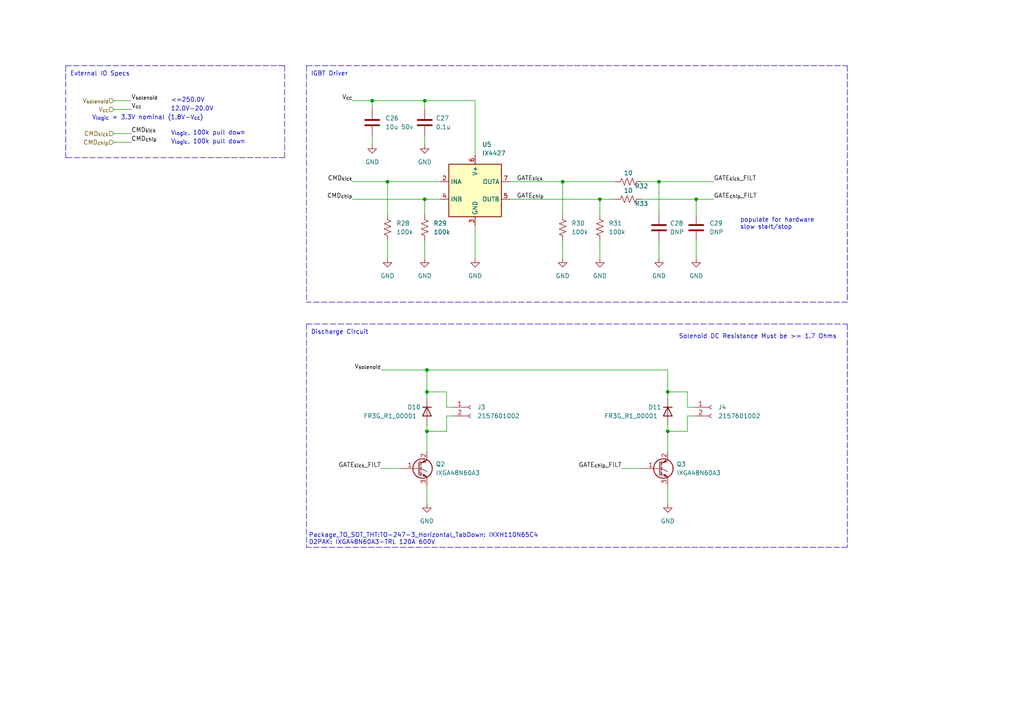
<source format=kicad_sch>
(kicad_sch (version 20211123) (generator eeschema)
  (paper "A4")
  (title_block (title "Kicker Board") (date "2023-02-03") (rev "v1.0.0") (company "A-Team") (comment 1 "Author: W. Stuckey"))
  (lib_symbols
    (symbol "AT-PowerIC:IX4427"
      (property "Reference" "U" (at -7.62 8.89 0))
      (property "Value" "IX4427" (at 1.27 8.89 0))
      (symbol "IX4427_0_1"
        (rectangle (start -7.62 -7.62) (end 7.62 7.62) (stroke (width 0.254)) (fill (type background)))
      )
      (symbol "IX4427_1_1"
        (pin no_connect line (at -7.62 0 0) (length 2.54) hide (name "NC") (number "1"))
        (pin input line (at -10.16 2.54 0) (length 2.54) (name "INA") (number "2"))
        (pin power_in line (at 0 -10.16 90) (length 2.54) (name "GND") (number "3"))
        (pin input line (at -10.16 -2.54 0) (length 2.54) (name "INB") (number "4"))
        (pin output line (at 10.16 -2.54 180) (length 2.54) (name "OUTB") (number "5"))
        (pin power_in line (at 0 10.16 270) (length 2.54) (name "V+") (number "6"))
        (pin output line (at 10.16 2.54 180) (length 2.54) (name "OUTA") (number "7"))
        (pin no_connect line (at 7.62 0 180) (length 2.54) hide (name "NC") (number "8"))
      )
    )
    (symbol "Connector:Conn_01x02_Female" (pin_names (offset 1.016) hide)
      (property "Reference" "J" (at 0 2.54 0))
      (property "Value" "Conn_01x02_Female" (at 0 -5.08 0))
      (symbol "Conn_01x02_Female_1_1"
        (arc (start 0 -2.032) (mid -0.508 -2.54) (end 0 -3.048) (stroke (width 0.1524)))
        (polyline (pts (xy -1.27 -2.54) (xy -0.508 -2.54)) (stroke (width 0.1524)))
        (polyline (pts (xy -1.27 0) (xy -0.508 0)) (stroke (width 0.1524)))
        (arc (start 0 0.508) (mid -0.508 0) (end 0 -0.508) (stroke (width 0.1524)))
        (pin passive line (at -5.08 0 0) (length 3.81) (name "Pin_1") (number "1"))
        (pin passive line (at -5.08 -2.54 0) (length 3.81) (name "Pin_2") (number "2"))
      )
    )
    (symbol "Device:C" (pin_numbers hide) (pin_names (offset 0.254))
      (property "Reference" "C" (at 0.635 2.54 0))
      (property "Value" "C" (at 0.635 -2.54 0))
      (symbol "C_0_1"
        (polyline (pts (xy -2.032 -0.762) (xy 2.032 -0.762)) (stroke (width 0.508)))
        (polyline (pts (xy -2.032 0.762) (xy 2.032 0.762)) (stroke (width 0.508)))
      )
      (symbol "C_1_1"
        (pin passive line (at 0 3.81 270) (length 2.794) (name "~") (number "1"))
        (pin passive line (at 0 -3.81 90) (length 2.794) (name "~") (number "2"))
      )
    )
    (symbol "Device:D" (pin_numbers hide) (pin_names (offset 1.016) hide)
      (property "Reference" "D" (at 0 2.54 0))
      (property "Value" "D" (at 0 -2.54 0))
      (symbol "D_0_1"
        (polyline (pts (xy -1.27 1.27) (xy -1.27 -1.27)) (stroke (width 0.254)))
        (polyline (pts (xy 1.27 0) (xy -1.27 0)))
        (polyline (pts (xy 1.27 1.27) (xy 1.27 -1.27) (xy -1.27 0) (xy 1.27 1.27)) (stroke (width 0.254)))
      )
      (symbol "D_1_1"
        (pin passive line (at -3.81 0 0) (length 2.54) (name "K") (number "1"))
        (pin passive line (at 3.81 0 180) (length 2.54) (name "A") (number "2"))
      )
    )
    (symbol "Device:Q_NIGBT_GCE" (pin_names (offset 0) hide)
      (property "Reference" "Q" (at 5.08 1.27 0))
      (property "Value" "Q_NIGBT_GCE" (at 5.08 -1.27 0))
      (symbol "Q_NIGBT_GCE_0_1"
        (polyline (pts (xy 0.762 -1.016) (xy 0.762 -2.032)) (stroke (width 0.254)))
        (polyline (pts (xy 0.762 0.508) (xy 0.762 -0.508)) (stroke (width 0.254)))
        (polyline (pts (xy 0.762 2.032) (xy 0.762 1.016)) (stroke (width 0.254)))
        (polyline (pts (xy 2.54 -2.413) (xy 0.762 -1.524)))
        (polyline (pts (xy 2.54 -0.889) (xy 0.762 0)))
        (polyline (pts (xy 2.54 2.413) (xy 0.762 1.524)))
        (polyline (pts (xy 0.254 1.905) (xy 0.254 -1.905) (xy 0.254 -1.905)) (stroke (width 0.254)))
        (polyline (pts (xy 1.397 -2.159) (xy 1.651 -1.651) (xy 2.54 -2.413) (xy 1.397 -2.159)) (fill (type outline)))
        (polyline (pts (xy 2.159 1.905) (xy 1.905 2.413) (xy 1.016 1.651) (xy 2.159 1.905)) (fill (type outline)))
        (circle (center 1.27 0) (radius 2.8194) (stroke (width 0.254)))
      )
      (symbol "Q_NIGBT_GCE_1_1"
        (pin input line (at -5.08 0 0) (length 5.334) (name "G") (number "1"))
        (pin passive line (at 2.54 5.08 270) (length 2.54) (name "C") (number "2"))
        (pin passive line (at 2.54 -5.08 90) (length 2.54) (name "E") (number "3"))
      )
    )
    (symbol "Device:R_US" (pin_numbers hide) (pin_names (offset 0))
      (property "Reference" "R" (at 2.54 0 90))
      (property "Value" "R_US" (at -2.54 0 90))
      (symbol "R_US_0_1"
        (polyline (pts (xy 0 -2.286) (xy 0 -2.54)))
        (polyline (pts (xy 0 2.286) (xy 0 2.54)))
        (polyline (pts (xy 0 -0.762) (xy 1.016 -1.143) (xy 0 -1.524) (xy -1.016 -1.905) (xy 0 -2.286)))
        (polyline (pts (xy 0 0.762) (xy 1.016 0.381) (xy 0 0) (xy -1.016 -0.381) (xy 0 -0.762)))
        (polyline (pts (xy 0 2.286) (xy 1.016 1.905) (xy 0 1.524) (xy -1.016 1.143) (xy 0 0.762)))
      )
      (symbol "R_US_1_1"
        (pin passive line (at 0 3.81 270) (length 1.27) (name "~") (number "1"))
        (pin passive line (at 0 -3.81 90) (length 1.27) (name "~") (number "2"))
      )
    )
    (symbol "power:GND" (power) (pin_names (offset 0))
      (property "Value" "GND" (at 0 -3.81 0))
      (symbol "GND_0_1"
        (polyline (pts (xy 0 0) (xy 0 -1.27) (xy 1.27 -1.27) (xy 0 -2.54) (xy -1.27 -1.27) (xy 0 -1.27)))
      )
      (symbol "GND_1_1"
        (pin power_in line (at 0 0 270) (length 0) hide (name "GND") (number "1"))
      )
    )
  )
  (junction (at 173.99 57.785))
  (junction (at 191.135 52.705))
  (junction (at 123.19 57.785))
  (junction (at 123.19 29.21))
  (junction (at 201.93 57.785))
  (junction (at 123.825 107.315))
  (junction (at 193.675 113.665))
  (junction (at 112.395 52.705))
  (junction (at 163.195 52.705))
  (junction (at 123.825 113.665))
  (junction (at 123.825 125.095))
  (junction (at 107.95 29.21))
  (junction (at 193.675 125.095))
  (polyline (pts (xy 88.9 19.05) (xy 88.9 87.63)))
  (wire (pts (xy 199.39 113.665) (xy 193.675 113.665)))
  (wire (pts (xy 137.795 65.405) (xy 137.795 74.93)))
  (wire (pts (xy 201.93 69.85) (xy 201.93 74.93)))
  (polyline (pts (xy 245.745 158.75) (xy 88.9 158.75)))
  (wire (pts (xy 191.135 69.85) (xy 191.135 74.93)))
  (wire (pts (xy 33.02 31.75) (xy 38.1 31.75)))
  (wire (pts (xy 191.135 52.705) (xy 207.01 52.705)))
  (wire (pts (xy 102.235 52.705) (xy 112.395 52.705)))
  (wire (pts (xy 163.195 52.705) (xy 163.195 62.23)))
  (wire (pts (xy 173.99 57.785) (xy 173.99 62.23)))
  (wire (pts (xy 193.675 113.665) (xy 193.675 115.57)))
  (wire (pts (xy 110.49 107.315) (xy 123.825 107.315)))
  (wire (pts (xy 112.395 69.85) (xy 112.395 74.93)))
  (wire (pts (xy 201.93 57.785) (xy 207.01 57.785)))
  (wire (pts (xy 173.99 69.85) (xy 173.99 74.93)))
  (wire (pts (xy 193.675 125.095) (xy 193.675 130.81)))
  (polyline (pts (xy 88.9 93.98) (xy 245.745 93.98)))
  (wire (pts (xy 123.825 123.19) (xy 123.825 125.095)))
  (wire (pts (xy 112.395 52.705) (xy 112.395 62.23)))
  (wire (pts (xy 147.955 57.785) (xy 173.99 57.785)))
  (wire (pts (xy 131.445 118.11) (xy 129.54 118.11)))
  (wire (pts (xy 110.49 135.89) (xy 116.205 135.89)))
  (polyline (pts (xy 245.745 19.05) (xy 245.745 87.63)))
  (wire (pts (xy 102.235 29.21) (xy 107.95 29.21)))
  (polyline (pts (xy 82.55 45.72) (xy 19.05 45.72)))
  (polyline (pts (xy 88.9 19.05) (xy 245.745 19.05)))
  (wire (pts (xy 201.93 57.785) (xy 201.93 62.23)))
  (wire (pts (xy 123.825 107.315) (xy 123.825 113.665)))
  (polyline (pts (xy 88.9 93.98) (xy 88.9 158.75)))
  (wire (pts (xy 123.19 29.21) (xy 123.19 31.75)))
  (wire (pts (xy 107.95 29.21) (xy 123.19 29.21)))
  (wire (pts (xy 180.34 135.89) (xy 186.055 135.89)))
  (wire (pts (xy 199.39 120.65) (xy 199.39 125.095)))
  (wire (pts (xy 131.445 120.65) (xy 129.54 120.65)))
  (wire (pts (xy 163.195 69.85) (xy 163.195 74.93)))
  (wire (pts (xy 193.675 123.19) (xy 193.675 125.095)))
  (wire (pts (xy 102.235 57.785) (xy 123.19 57.785)))
  (polyline (pts (xy 245.745 93.98) (xy 245.745 158.75)))
  (wire (pts (xy 107.95 39.37) (xy 107.95 41.91)))
  (wire (pts (xy 191.135 52.705) (xy 191.135 62.23)))
  (wire (pts (xy 123.825 125.095) (xy 123.825 130.81)))
  (wire (pts (xy 199.39 118.11) (xy 199.39 113.665)))
  (wire (pts (xy 193.675 107.315) (xy 123.825 107.315)))
  (wire (pts (xy 186.055 57.785) (xy 201.93 57.785)))
  (wire (pts (xy 33.02 41.275) (xy 38.1 41.275)))
  (wire (pts (xy 33.02 38.735) (xy 38.1 38.735)))
  (wire (pts (xy 107.95 29.21) (xy 107.95 31.75)))
  (wire (pts (xy 199.39 125.095) (xy 193.675 125.095)))
  (polyline (pts (xy 82.55 19.05) (xy 82.55 45.72)))
  (wire (pts (xy 129.54 118.11) (xy 129.54 113.665)))
  (wire (pts (xy 33.02 29.21) (xy 38.1 29.21)))
  (wire (pts (xy 137.795 29.21) (xy 123.19 29.21)))
  (wire (pts (xy 112.395 52.705) (xy 127.635 52.705)))
  (wire (pts (xy 186.055 52.705) (xy 191.135 52.705)))
  (wire (pts (xy 123.825 140.97) (xy 123.825 146.05)))
  (wire (pts (xy 193.675 107.315) (xy 193.675 113.665)))
  (wire (pts (xy 173.99 57.785) (xy 178.435 57.785)))
  (wire (pts (xy 193.675 140.97) (xy 193.675 146.05)))
  (polyline (pts (xy 19.05 19.05) (xy 82.55 19.05)))
  (wire (pts (xy 137.795 29.21) (xy 137.795 45.085)))
  (polyline (pts (xy 245.745 87.63) (xy 88.9 87.63)))
  (wire (pts (xy 201.295 118.11) (xy 199.39 118.11)))
  (wire (pts (xy 123.19 57.785) (xy 123.19 62.23)))
  (wire (pts (xy 147.955 52.705) (xy 163.195 52.705)))
  (wire (pts (xy 123.19 57.785) (xy 127.635 57.785)))
  (wire (pts (xy 163.195 52.705) (xy 178.435 52.705)))
  (polyline (pts (xy 19.05 19.05) (xy 19.05 45.72)))
  (wire (pts (xy 123.19 69.85) (xy 123.19 74.93)))
  (wire (pts (xy 123.825 113.665) (xy 123.825 115.57)))
  (wire (pts (xy 123.19 39.37) (xy 123.19 41.91)))
  (wire (pts (xy 201.295 120.65) (xy 199.39 120.65)))
  (wire (pts (xy 129.54 120.65) (xy 129.54 125.095)))
  (wire (pts (xy 129.54 113.665) (xy 123.825 113.665)))
  (wire (pts (xy 129.54 125.095) (xy 123.825 125.095)))
  (text "Solenoid DC Resistance Must be >= 1.7 Ohms" (at 196.85 98.425 0) (effects (font (size 1.27 1.27)) (justify left bottom)))
  (text "IGBT Driver" (at 90.17 22.225 0) (effects (font (size 1.27 1.27)) (justify left bottom)))
  (text "12.0V-20.0V" (at 49.53 32.385 0) (effects (font (size 1.27 1.27)) (justify left bottom)))
  (text "V_{logic}, 100k pull down" (at 49.53 39.37 0) (effects (font (size 1.27 1.27)) (justify left bottom)))
  (text "External IO Specs" (at 20.32 22.225 0) (effects (font (size 1.27 1.27)) (justify left bottom)))
  (text "Discharge Circuit" (at 90.17 97.155 0) (effects (font (size 1.27 1.27)) (justify left bottom)))
  (text "V_{logic}, 100k pull down" (at 49.53 41.91 0) (effects (font (size 1.27 1.27)) (justify left bottom)))
  (text "populate for hardware \nslow start/stop" (at 214.63 66.675 0) (effects (font (size 1.27 1.27)) (justify left bottom)))
  (text "Package_TO_SOT_THT:TO-247-3_Horizontal_TabDown: IXXH110N65C4\nD2PAK: IXGA48N60A3-TRL 120A 600V" (at 89.535 158.115 0) (effects (font (size 1.27 1.27)) (justify left bottom)))
  (text "<=250.0V" (at 49.53 29.845 0) (effects (font (size 1.27 1.27)) (justify left bottom)))
  (text "V_{logic} = 3.3V nominal (1.8V-V_{cc})" (at 26.67 34.925 0) (effects (font (size 1.27 1.27)) (justify left bottom)))
  (label "GATE_{kick}_FILT" (at 207.01 52.705 0))
  (label "GATE_{kick}_FILT" (at 110.49 135.89 180))
  (label "V_{cc}" (at 38.1 31.75 0))
  (label "V_{cc}" (at 102.235 29.21 180))
  (label "GATE_{chip}_FILT" (at 180.34 135.89 180))
  (label "GATE_{kick}" (at 149.86 52.705 0))
  (label "GATE_{chip}" (at 149.86 57.785 0))
  (label "CMD_{kick}" (at 38.1 38.735 0))
  (label "CMD_{kick}" (at 102.235 52.705 180))
  (label "CMD_{chip}" (at 38.1 41.275 0))
  (label "CMD_{chip}" (at 102.235 57.785 180))
  (label "GATE_{chip}_FILT" (at 207.01 57.785 0))
  (label "V_{solenoid}" (at 110.49 107.315 180))
  (label "V_{solenoid}" (at 38.1 29.21 0))
  (hierarchical_label "CMD_{kick}" (shape input) (at 33.02 38.735 180))
  (hierarchical_label "V_{cc}" (shape input) (at 33.02 31.75 180))
  (hierarchical_label "V_{solenoid}" (shape input) (at 33.02 29.21 180))
  (hierarchical_label "CMD_{chip}" (shape input) (at 33.02 41.275 180))
  (symbol (lib_id "Connector:Conn_01x02_Female") (at 136.525 118.11 0) (unit 1)
    (property "Reference" "J3" (at 138.43 118.1099 0) (effects (justify left)))
    (property "Value" "2157601002" (at 138.43 120.6499 0) (effects (justify left)))
    (property "Footprint" "AT-Connectors:2157601002" (effects hide))
  )
  (symbol (lib_id "Device:D") (at 193.675 119.38 270) (unit 1)
    (property "Reference" "D11" (at 187.96 118.11 90) (effects (justify left)))
    (property "Value" "FR3G_R1_00001" (at 175.26 120.65 90) (effects (justify left)))
    (property "Footprint" "Diode_SMD:D_SMC" (effects hide))
  )
  (symbol (lib_id "Connector:Conn_01x02_Female") (at 206.375 118.11 0) (unit 1)
    (property "Reference" "J4" (at 208.28 118.1099 0) (effects (justify left)))
    (property "Value" "2157601002" (at 208.28 120.6499 0) (effects (justify left)))
    (property "Footprint" "AT-Connectors:2157601002" (effects hide))
  )
  (symbol (lib_id "power:GND") (at 191.135 74.93 0) (unit 1)
    (property "Reference" "#PWR067" (effects hide))
    (property "Value" "GND" (at 191.135 80.01 0))
  )
  (symbol (lib_id "power:GND") (at 123.825 146.05 0) (unit 1)
    (property "Reference" "#PWR063" (effects hide))
    (property "Value" "GND" (at 123.825 151.13 0))
  )
  (symbol (lib_id "power:GND") (at 107.95 41.91 0) (unit 1)
    (property "Reference" "#PWR059" (effects hide))
    (property "Value" "GND" (at 107.95 46.99 0))
  )
  (symbol (lib_id "Device:Q_NIGBT_GCE") (at 191.135 135.89 0) (unit 1)
    (property "Reference" "Q3" (at 196.215 134.6199 0) (effects (justify left)))
    (property "Value" "IXGA48N60A3" (at 196.215 137.1599 0) (effects (justify left)))
    (property "Footprint" "Package_TO_SOT_SMD:TO-263-2" (effects hide))
  )
  (symbol (lib_id "power:GND") (at 137.795 74.93 0) (unit 1)
    (property "Reference" "#PWR064" (effects hide))
    (property "Value" "GND" (at 137.795 80.01 0))
  )
  (symbol (lib_id "Device:R_US") (at 112.395 66.04 0) (unit 1)
    (property "Reference" "R28" (at 114.935 64.7699 0) (effects (justify left)))
    (property "Value" "100k" (at 114.935 67.3099 0) (effects (justify left)))
    (property "Footprint" "Resistor_SMD:R_0603_1608Metric" (effects hide))
  )
  (symbol (lib_id "power:GND") (at 173.99 74.93 0) (unit 1)
    (property "Reference" "#PWR066" (effects hide))
    (property "Value" "GND" (at 173.99 80.01 0))
  )
  (symbol (lib_id "Device:Q_NIGBT_GCE") (at 121.285 135.89 0) (unit 1)
    (property "Reference" "Q2" (at 126.365 134.6199 0) (effects (justify left)))
    (property "Value" "IXGA48N60A3" (at 126.365 137.1599 0) (effects (justify left)))
    (property "Footprint" "Package_TO_SOT_SMD:TO-263-2" (effects hide))
  )
  (symbol (lib_id "Device:C") (at 191.135 66.04 0) (unit 1)
    (property "Reference" "C28" (at 194.31 64.7699 0) (effects (justify left)))
    (property "Value" "DNP" (at 194.31 67.3099 0) (effects (justify left)))
    (property "Footprint" "Capacitor_SMD:C_0603_1608Metric" (effects hide))
  )
  (symbol (lib_id "Device:R_US") (at 163.195 66.04 0) (unit 1)
    (property "Reference" "R30" (at 165.735 64.7699 0) (effects (justify left)))
    (property "Value" "100k" (at 165.735 67.3099 0) (effects (justify left)))
    (property "Footprint" "Resistor_SMD:R_0603_1608Metric" (effects hide))
  )
  (symbol (lib_id "Device:C") (at 201.93 66.04 0) (unit 1)
    (property "Reference" "C29" (at 205.74 64.7699 0) (effects (justify left)))
    (property "Value" "DNP" (at 205.74 67.3099 0) (effects (justify left)))
    (property "Footprint" "Capacitor_SMD:C_0603_1608Metric" (effects hide))
  )
  (symbol (lib_id "Device:R_US") (at 182.245 52.705 90) (unit 1)
    (property "Reference" "R32" (at 186.055 53.975 90))
    (property "Value" "10" (at 182.245 50.165 90))
    (property "Footprint" "Resistor_SMD:R_0603_1608Metric" (effects hide))
  )
  (symbol (lib_id "power:GND") (at 193.675 146.05 0) (unit 1)
    (property "Reference" "#PWR068" (effects hide))
    (property "Value" "GND" (at 193.675 151.13 0))
  )
  (symbol (lib_id "Device:R_US") (at 182.245 57.785 90) (unit 1)
    (property "Reference" "R33" (at 186.055 59.055 90))
    (property "Value" "10" (at 182.245 55.245 90))
    (property "Footprint" "Resistor_SMD:R_0603_1608Metric" (effects hide))
  )
  (symbol (lib_id "Device:C") (at 123.19 35.56 0) (unit 1)
    (property "Reference" "C27" (at 126.365 34.2899 0) (effects (justify left)))
    (property "Value" "0.1u" (at 126.365 36.8299 0) (effects (justify left)))
    (property "Footprint" "Capacitor_SMD:C_0603_1608Metric" (effects hide))
  )
  (symbol (lib_id "AT-PowerIC:IX4427") (at 137.795 55.245 0) (unit 1)
    (property "Reference" "U5" (at 139.8144 41.91 0) (effects (justify left)))
    (property "Value" "IX4427" (at 139.8144 44.45 0) (effects (justify left)))
    (property "Footprint" "Package_SO:SOIC-8_3.9x4.9mm_P1.27mm" (effects hide))
    (property "Datasheet" "https://www.ixysic.com/home/pdfs.nsf/www/IX4426-27-28.pdf/$file/IX4426-27-28.pdf" (effects hide))
  )
  (symbol (lib_id "Device:C") (at 107.95 35.56 0) (unit 1)
    (property "Reference" "C26" (at 111.76 34.2899 0) (effects (justify left)))
    (property "Value" "10u 50v" (at 111.76 36.8299 0) (effects (justify left)))
    (property "Footprint" "Capacitor_SMD:C_1210_3225Metric" (effects hide))
  )
  (symbol (lib_id "power:GND") (at 163.195 74.93 0) (unit 1)
    (property "Reference" "#PWR065" (effects hide))
    (property "Value" "GND" (at 163.195 80.01 0))
  )
  (symbol (lib_id "Device:R_US") (at 123.19 66.04 0) (unit 1)
    (property "Reference" "R29" (at 125.73 64.7699 0) (effects (justify left)))
    (property "Value" "100k" (at 125.73 67.3099 0) (effects (justify left)))
    (property "Footprint" "Resistor_SMD:R_0603_1608Metric" (effects hide))
  )
  (symbol (lib_id "power:GND") (at 123.19 74.93 0) (unit 1)
    (property "Reference" "#PWR062" (effects hide))
    (property "Value" "GND" (at 123.19 80.01 0))
  )
  (symbol (lib_id "Device:R_US") (at 173.99 66.04 0) (unit 1)
    (property "Reference" "R31" (at 176.53 64.7699 0) (effects (justify left)))
    (property "Value" "100k" (at 176.53 67.3099 0) (effects (justify left)))
    (property "Footprint" "Resistor_SMD:R_0603_1608Metric" (effects hide))
  )
  (symbol (lib_id "power:GND") (at 201.93 74.93 0) (unit 1)
    (property "Reference" "#PWR069" (effects hide))
    (property "Value" "GND" (at 201.93 80.01 0))
  )
  (symbol (lib_id "Device:D") (at 123.825 119.38 270) (unit 1)
    (property "Reference" "D10" (at 118.11 118.11 90) (effects (justify left)))
    (property "Value" "FR3G_R1_00001" (at 105.41 120.65 90) (effects (justify left)))
    (property "Footprint" "Diode_SMD:D_SMC" (effects hide))
  )
  (symbol (lib_id "power:GND") (at 112.395 74.93 0) (unit 1)
    (property "Reference" "#PWR060" (effects hide))
    (property "Value" "GND" (at 112.395 80.01 0))
  )
  (symbol (lib_id "power:GND") (at 123.19 41.91 0) (unit 1)
    (property "Reference" "#PWR061" (effects hide))
    (property "Value" "GND" (at 123.19 46.99 0))
  )
)
</source>
